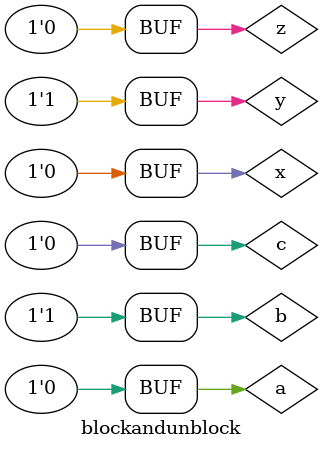
<source format=v>
`timescale 1ns / 1ps
module blockandunblock();
reg x,y,z,a,b,c;
initial begin
a<=#5 1'b0;
b<=#3 1'b1;
c<=#6 1'b0;

x=#5 1'b0;
y=#3 1'b1;
z=#6 1'b0;

end


endmodule

</source>
